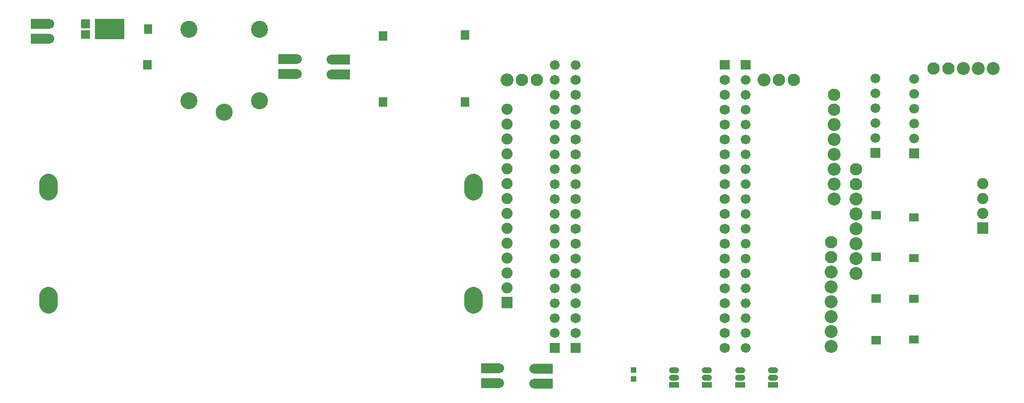
<source format=gts>
G04 Layer: TopSolderMaskLayer*
G04 EasyEDA v6.5.9, 2022-08-06 01:20:59*
G04 9b1ba566d4af4bc6ab690ab6380ac67e,c09117847ad249c1abd8b20aa127d3a4,10*
G04 Gerber Generator version 0.2*
G04 Scale: 100 percent, Rotated: No, Reflected: No *
G04 Dimensions in millimeters *
G04 leading zeros omitted , absolute positions ,4 integer and 5 decimal *
%FSLAX45Y45*%
%MOMM*%

%ADD10C,3.1000*%
%ADD11C,1.0016*%
%ADD12C,1.6764*%
%ADD13R,1.6764X1.6764*%
%ADD14C,2.1016*%
%ADD15C,2.2032*%
%ADD16C,1.7032*%
%ADD17C,2.8956*%
%ADD18C,1.7272*%
%ADD19C,1.9016*%
%ADD20C,0.0120*%

%LPD*%
D10*
X8622309Y1822503D02*
G01*
X8622309Y1962503D01*
X8622309Y3752496D02*
G01*
X8622309Y3892496D01*
X1385290Y1822503D02*
G01*
X1385290Y1962503D01*
X1385290Y3752496D02*
G01*
X1385290Y3892496D01*
D11*
X13693701Y698500D02*
G01*
X13763701Y698500D01*
X13693701Y571500D02*
G01*
X13763701Y571500D01*
X13134901Y698500D02*
G01*
X13204901Y698500D01*
X13134901Y571500D02*
G01*
X13204901Y571500D01*
X12563401Y698500D02*
G01*
X12633401Y698500D01*
X12563401Y571500D02*
G01*
X12633401Y571500D01*
X12004601Y698500D02*
G01*
X12074601Y698500D01*
X12004601Y571500D02*
G01*
X12074601Y571500D01*
D10*
X8622309Y3892496D02*
G01*
X8622309Y3752496D01*
X8622309Y1962503D02*
G01*
X8622309Y1822503D01*
X1385290Y3892496D02*
G01*
X1385290Y3752496D01*
X1385290Y1962503D02*
G01*
X1385290Y1822503D01*
G36*
X15401290Y1136395D02*
G01*
X15401290Y1276604D01*
X15561563Y1276604D01*
X15561563Y1136395D01*
G37*
G36*
X16048990Y1149095D02*
G01*
X16048990Y1289304D01*
X16209263Y1289304D01*
X16209263Y1149095D01*
G37*
G36*
X7016495Y5190236D02*
G01*
X7016495Y5350510D01*
X7156704Y5350510D01*
X7156704Y5190236D01*
G37*
G36*
X7016495Y6320536D02*
G01*
X7016495Y6480810D01*
X7156704Y6480810D01*
X7156704Y6320536D01*
G37*
G36*
X8413495Y5190236D02*
G01*
X8413495Y5350510D01*
X8553704Y5350510D01*
X8553704Y5190236D01*
G37*
G36*
X8413495Y6333236D02*
G01*
X8413495Y6493510D01*
X8553704Y6493510D01*
X8553704Y6333236D01*
G37*
G36*
X3015995Y6434836D02*
G01*
X3015995Y6595110D01*
X3156204Y6595110D01*
X3156204Y6434836D01*
G37*
G36*
X3003295Y5825236D02*
G01*
X3003295Y5985510D01*
X3143504Y5985510D01*
X3143504Y5825236D01*
G37*
G36*
X15401290Y3269995D02*
G01*
X15401290Y3410204D01*
X15561563Y3410204D01*
X15561563Y3269995D01*
G37*
G36*
X16048990Y3231895D02*
G01*
X16048990Y3372104D01*
X16209263Y3372104D01*
X16209263Y3231895D01*
G37*
G36*
X15401290Y1847595D02*
G01*
X15401290Y1987804D01*
X15561563Y1987804D01*
X15561563Y1847595D01*
G37*
G36*
X16048990Y1843278D02*
G01*
X16048990Y1983486D01*
X16209263Y1983486D01*
X16209263Y1843278D01*
G37*
G36*
X15401290Y2558795D02*
G01*
X15401290Y2699004D01*
X15561563Y2699004D01*
X15561563Y2558795D01*
G37*
G36*
X16048990Y2537713D02*
G01*
X16048990Y2677921D01*
X16209263Y2677921D01*
X16209263Y2537713D01*
G37*
G36*
X1944115Y6532118D02*
G01*
X1944115Y6682231D01*
X2094484Y6682231D01*
X2094484Y6532118D01*
G37*
G36*
X1944115Y6347968D02*
G01*
X1944115Y6498081D01*
X2094484Y6498081D01*
X2094484Y6347968D01*
G37*
G36*
X2175509Y6340094D02*
G01*
X2175509Y6690105D01*
X2675890Y6690105D01*
X2675890Y6340094D01*
G37*
D12*
G01*
X10363200Y5905500D03*
G01*
X10363200Y5651500D03*
G01*
X10363200Y5397500D03*
G01*
X10363200Y5143500D03*
G01*
X10363200Y4889500D03*
G01*
X10363200Y4635500D03*
G01*
X10363200Y4381500D03*
G01*
X10363200Y4127500D03*
G01*
X10363200Y3873500D03*
G01*
X10363200Y3619500D03*
G01*
X10363200Y3365500D03*
G01*
X10363200Y3111500D03*
G01*
X10363200Y2857500D03*
G01*
X10363200Y2603500D03*
G01*
X10363200Y2349500D03*
G01*
X10363200Y2095500D03*
G01*
X10363200Y1841500D03*
G01*
X10363200Y1587500D03*
G01*
X10363200Y1333500D03*
D13*
G01*
X10363200Y1079500D03*
D12*
G01*
X12903200Y1079500D03*
G01*
X12903200Y1333500D03*
G01*
X12903200Y1587500D03*
G01*
X12903200Y1841500D03*
G01*
X12903200Y2095500D03*
G01*
X12903200Y2349500D03*
G01*
X12903200Y2603500D03*
G01*
X12903200Y2857500D03*
G01*
X12903200Y3111500D03*
G01*
X12903200Y3365500D03*
G01*
X12903200Y3619500D03*
G01*
X12903200Y3873500D03*
G01*
X12903200Y4127500D03*
G01*
X12903200Y4381500D03*
G01*
X12903200Y4635500D03*
G01*
X12903200Y4889500D03*
G01*
X12903200Y5143500D03*
G01*
X12903200Y5397500D03*
G01*
X12903200Y5651500D03*
G36*
X12819379Y5821679D02*
G01*
X12819379Y5989320D01*
X12987020Y5989320D01*
X12987020Y5821679D01*
G37*
G01*
X10007600Y5905500D03*
G01*
X10007600Y5651500D03*
G01*
X10007600Y5397500D03*
G01*
X10007600Y5143500D03*
G01*
X10007600Y4889500D03*
G01*
X10007600Y4635500D03*
G01*
X10007600Y4381500D03*
G01*
X10007600Y4127500D03*
G01*
X10007600Y3873500D03*
G01*
X10007600Y3619500D03*
G01*
X10007600Y3365500D03*
G01*
X10007600Y3111500D03*
G01*
X10007600Y2857500D03*
G01*
X10007600Y2603500D03*
G01*
X10007600Y2349500D03*
G01*
X10007600Y2095500D03*
G01*
X10007600Y1841500D03*
G01*
X10007600Y1587500D03*
G01*
X10007600Y1333500D03*
D13*
G01*
X10007600Y1079500D03*
D12*
G01*
X13258800Y1079500D03*
G01*
X13258800Y1333500D03*
G01*
X13258800Y1587500D03*
G01*
X13258800Y1841500D03*
G01*
X13258800Y2095500D03*
G01*
X13258800Y2349500D03*
G01*
X13258800Y2603500D03*
G01*
X13258800Y2857500D03*
G01*
X13258800Y3111500D03*
G01*
X13258800Y3365500D03*
G01*
X13258800Y3619500D03*
G01*
X13258800Y3873500D03*
G01*
X13258800Y4127500D03*
G01*
X13258800Y4381500D03*
G01*
X13258800Y4635500D03*
G01*
X13258800Y4889500D03*
G01*
X13258800Y5143500D03*
G01*
X13258800Y5397500D03*
G01*
X13258800Y5651500D03*
G36*
X13174979Y5821679D02*
G01*
X13174979Y5989320D01*
X13342620Y5989320D01*
X13342620Y5821679D01*
G37*
D14*
G01*
X9702800Y5651500D03*
G01*
X9448800Y5651500D03*
D15*
G01*
X9194800Y5651500D03*
D14*
G01*
X14084300Y5651500D03*
G01*
X13830300Y5651500D03*
D15*
G01*
X13576300Y5651500D03*
D12*
G01*
X15468600Y5676900D03*
G01*
X15468600Y5422900D03*
G01*
X15468600Y5168900D03*
G01*
X15468600Y4914900D03*
G01*
X15468600Y4660900D03*
D13*
G01*
X15468600Y4406900D03*
D12*
G01*
X16129000Y5664200D03*
G01*
X16129000Y5410200D03*
G01*
X16129000Y5156200D03*
G01*
X16129000Y4902200D03*
G01*
X16129000Y4648200D03*
D13*
G01*
X16129000Y4394200D03*
D14*
G01*
X16459200Y5842000D03*
G01*
X16713200Y5842000D03*
D15*
G01*
X16967200Y5842000D03*
G01*
X17221200Y5842000D03*
G01*
X17475200Y5842000D03*
G36*
X1086865Y6264910D02*
G01*
X1086865Y6435089D01*
X1407160Y6435089D01*
X1407160Y6264910D01*
G37*
G36*
X1086865Y6518910D02*
G01*
X1086865Y6689089D01*
X1407160Y6689089D01*
X1407160Y6518910D01*
G37*
D16*
G01*
X1397000Y6350000D03*
G01*
X1397000Y6604000D03*
G36*
X5302504Y5660897D02*
G01*
X5302504Y5831078D01*
X5623052Y5831078D01*
X5623052Y5660897D01*
G37*
G36*
X5302504Y5914897D02*
G01*
X5302504Y6085078D01*
X5623052Y6085078D01*
X5623052Y5914897D01*
G37*
G01*
X5612790Y5745987D03*
G01*
X5612790Y5999987D03*
G36*
X6200140Y5909310D02*
G01*
X6200140Y6079489D01*
X6520434Y6079489D01*
X6520434Y5909310D01*
G37*
G36*
X6200140Y5655310D02*
G01*
X6200140Y5825489D01*
X6520434Y5825489D01*
X6520434Y5655310D01*
G37*
G01*
X6210300Y5994400D03*
G01*
X6210300Y5740400D03*
G36*
X8754618Y387857D02*
G01*
X8754618Y558037D01*
X9074911Y558037D01*
X9074911Y387857D01*
G37*
G36*
X8754618Y641857D02*
G01*
X8754618Y812037D01*
X9074911Y812037D01*
X9074911Y641857D01*
G37*
G01*
X9064701Y472998D03*
G01*
X9064701Y726998D03*
G36*
X9654540Y638810D02*
G01*
X9654540Y808989D01*
X9974834Y808989D01*
X9974834Y638810D01*
G37*
G36*
X9654540Y384810D02*
G01*
X9654540Y554989D01*
X9974834Y554989D01*
X9974834Y384810D01*
G37*
G01*
X9664700Y723900D03*
G01*
X9664700Y469900D03*
G36*
X11305540Y652271D02*
G01*
X11305540Y742950D01*
X11402059Y742950D01*
X11402059Y652271D01*
G37*
G36*
X11305540Y501650D02*
G01*
X11305540Y592328D01*
X11402059Y592328D01*
X11402059Y501650D01*
G37*
D17*
G01*
X4981447Y6513906D03*
G01*
X4381500Y5093893D03*
G01*
X3781501Y5293893D03*
G01*
X4981498Y5293893D03*
G01*
X3781552Y6513906D03*
D18*
G01*
X10363200Y5651500D03*
G01*
X10363200Y5397500D03*
G01*
X10363200Y5143500D03*
G01*
X10363200Y4889500D03*
G01*
X10363200Y4635500D03*
G01*
X10363200Y4381500D03*
G01*
X10363200Y4127500D03*
G01*
X10363200Y3873500D03*
G01*
X10363200Y3619500D03*
G01*
X10363200Y3365500D03*
G01*
X10363200Y3111500D03*
G01*
X10363200Y2857500D03*
G01*
X10363200Y2603500D03*
G01*
X10363200Y2349500D03*
G01*
X10363200Y2095500D03*
G01*
X10363200Y1841500D03*
G01*
X10363200Y1587500D03*
G01*
X10363200Y1333500D03*
G01*
X10363200Y1079500D03*
G01*
X12903200Y1079500D03*
G01*
X12903200Y1333500D03*
G01*
X12903200Y1587500D03*
G01*
X12903200Y1841500D03*
G01*
X12903200Y2095500D03*
G01*
X12903200Y2349500D03*
G01*
X12903200Y2603500D03*
G01*
X12903200Y2857500D03*
G01*
X12903200Y3111500D03*
G01*
X12903200Y3365500D03*
G01*
X12903200Y3619500D03*
G01*
X12903200Y3873500D03*
G01*
X12903200Y4127500D03*
G01*
X12903200Y4381500D03*
G01*
X12903200Y4635500D03*
G01*
X12903200Y4889500D03*
G01*
X12903200Y5143500D03*
G01*
X12903200Y5397500D03*
G01*
X12903200Y5651500D03*
G36*
X13643609Y394462D02*
G01*
X13643609Y494537D01*
X13813790Y494537D01*
X13813790Y394462D01*
G37*
G36*
X13084809Y394462D02*
G01*
X13084809Y494537D01*
X13254990Y494537D01*
X13254990Y394462D01*
G37*
G36*
X12513309Y394462D02*
G01*
X12513309Y494537D01*
X12683490Y494537D01*
X12683490Y394462D01*
G37*
G36*
X11954509Y394462D02*
G01*
X11954509Y494537D01*
X12124690Y494537D01*
X12124690Y394462D01*
G37*
D19*
G01*
X9199372Y5150612D03*
G01*
X9199372Y4896612D03*
G01*
X9199372Y4642612D03*
G01*
X9199372Y4388612D03*
G01*
X9199372Y4134612D03*
G01*
X9199372Y3880612D03*
G01*
X9199372Y3626612D03*
G01*
X9199372Y3372865D03*
G01*
X9199372Y3118865D03*
G01*
X9199372Y2864865D03*
G01*
X9199372Y2610865D03*
G01*
X9199372Y2356865D03*
G01*
X9199372Y2102865D03*
G36*
X9104629Y1753870D02*
G01*
X9104629Y1944115D01*
X9294622Y1944115D01*
X9294622Y1753870D01*
G37*
G01*
X17299686Y3880612D03*
G01*
X17299686Y3626612D03*
G01*
X17299686Y3372865D03*
G36*
X17204690Y3023870D02*
G01*
X17204690Y3213862D01*
X17394681Y3213862D01*
X17394681Y3023870D01*
G37*
D14*
G01*
X15138400Y4127500D03*
G01*
X15138400Y3873500D03*
D15*
G01*
X15138400Y3619500D03*
G01*
X15138400Y3365500D03*
G01*
X15138400Y3111500D03*
G01*
X15138400Y2857500D03*
G01*
X15138400Y2603500D03*
G01*
X15138400Y2349500D03*
D14*
G01*
X14770100Y5397500D03*
G01*
X14770100Y5143500D03*
D15*
G01*
X14770100Y4889500D03*
G01*
X14770100Y4635500D03*
G01*
X14770100Y4381500D03*
G01*
X14770100Y4127500D03*
G01*
X14770100Y3873500D03*
G01*
X14770100Y3619500D03*
D14*
G01*
X14719300Y2882900D03*
G01*
X14719300Y2628900D03*
D15*
G01*
X14719300Y2374900D03*
G01*
X14719300Y2120900D03*
G01*
X14719300Y1866900D03*
G01*
X14719300Y1612900D03*
G01*
X14719300Y1358900D03*
G01*
X14719300Y1104900D03*
M02*

</source>
